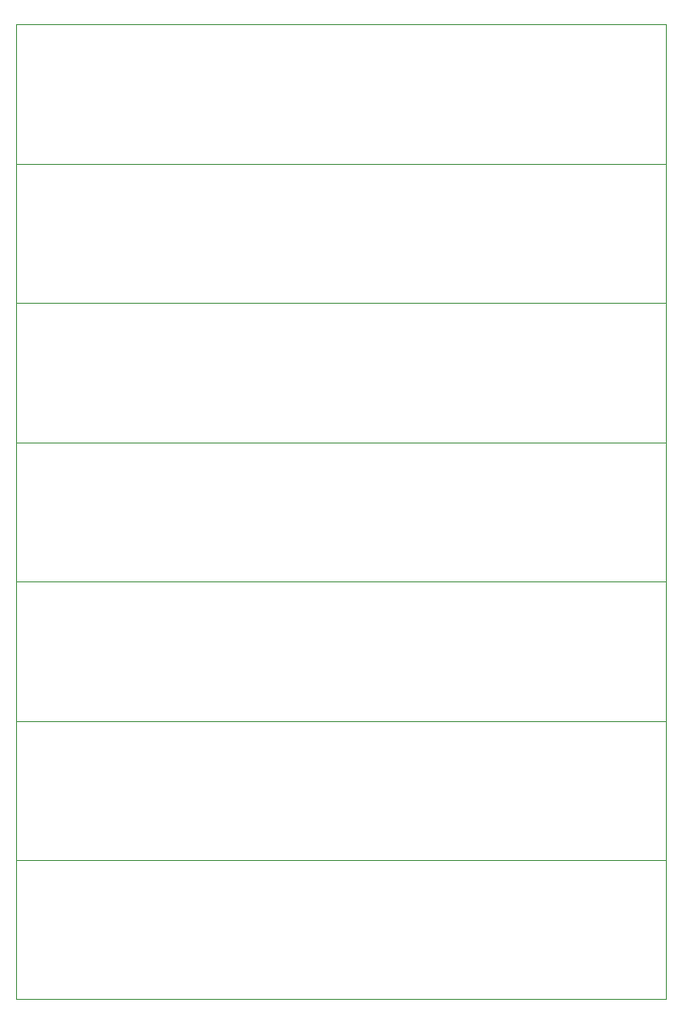
<source format=gbr>
G04 #@! TF.GenerationSoftware,KiCad,Pcbnew,5.1.5-52549c5~86~ubuntu18.04.1*
G04 #@! TF.CreationDate,2020-08-06T00:34:13-05:00*
G04 #@! TF.ProjectId,,58585858-5858-4585-9858-585858585858,rev?*
G04 #@! TF.SameCoordinates,Original*
G04 #@! TF.FileFunction,Profile,NP*
%FSLAX46Y46*%
G04 Gerber Fmt 4.6, Leading zero omitted, Abs format (unit mm)*
G04 Created by KiCad (PCBNEW 5.1.5-52549c5~86~ubuntu18.04.1) date 2020-08-06 00:34:13*
%MOMM*%
%LPD*%
G04 APERTURE LIST*
%ADD10C,0.050000*%
G04 APERTURE END LIST*
D10*
X70155000Y-112285000D02*
X70155000Y-125445000D01*
X70155000Y-99125000D02*
X70155000Y-112285000D01*
X70155000Y-85965000D02*
X70155000Y-99125000D01*
X70155000Y-72805000D02*
X70155000Y-85965000D01*
X70155000Y-59645000D02*
X70155000Y-72805000D01*
X70155000Y-46485000D02*
X70155000Y-59645000D01*
X70155000Y-125445000D02*
X131575000Y-125445000D01*
X70155000Y-112285000D02*
X131575000Y-112285000D01*
X70155000Y-99125000D02*
X131575000Y-99125000D01*
X70155000Y-85965000D02*
X131575000Y-85965000D01*
X70155000Y-72805000D02*
X131575000Y-72805000D01*
X70155000Y-59645000D02*
X131575000Y-59645000D01*
X131575000Y-112285000D02*
X131575000Y-125445000D01*
X131575000Y-99125000D02*
X131575000Y-112285000D01*
X131575000Y-85965000D02*
X131575000Y-99125000D01*
X131575000Y-72805000D02*
X131575000Y-85965000D01*
X131575000Y-59645000D02*
X131575000Y-72805000D01*
X131575000Y-46485000D02*
X131575000Y-59645000D01*
X70155000Y-112285000D02*
X131575000Y-112285000D01*
X70155000Y-99125000D02*
X131575000Y-99125000D01*
X70155000Y-85965000D02*
X131575000Y-85965000D01*
X70155000Y-72805000D02*
X131575000Y-72805000D01*
X70155000Y-59645000D02*
X131575000Y-59645000D01*
X70155000Y-46485000D02*
X131575000Y-46485000D01*
X70155000Y-33325000D02*
X70155000Y-46485000D01*
X131575000Y-33325000D02*
X131575000Y-46485000D01*
X70155000Y-46485000D02*
X131575000Y-46485000D01*
X70155000Y-33325000D02*
X131575000Y-33325000D01*
M02*

</source>
